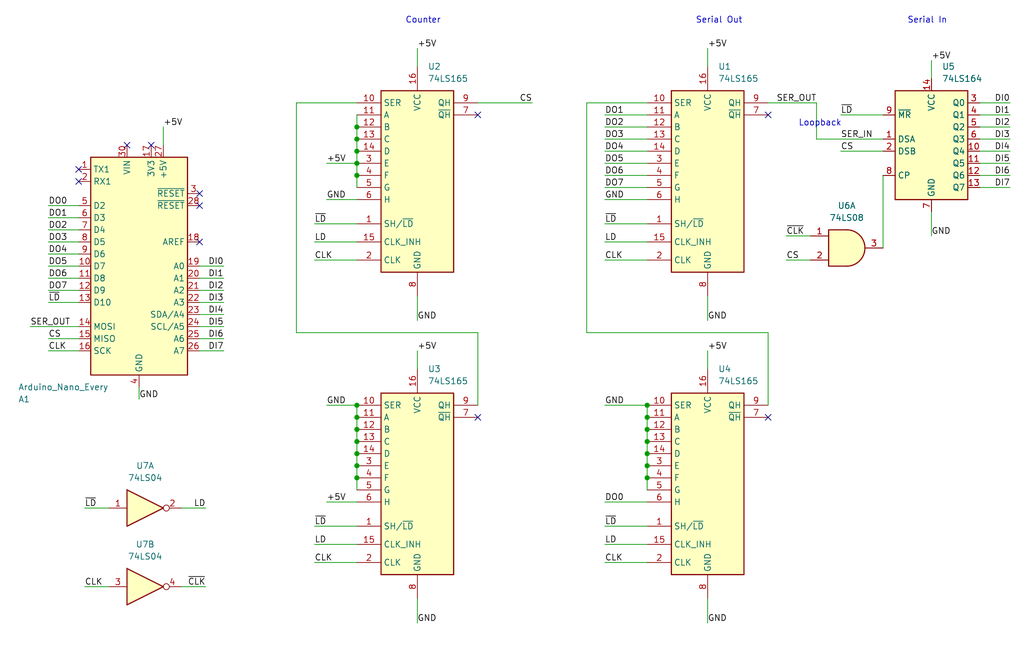
<source format=kicad_sch>
(kicad_sch (version 20230121) (generator eeschema)
  (paper "User" 215.011 140.005)
  (title_block (title "SPI transmit"))
  (lib_symbols
    (symbol "74LS164:74LS164"
      (property "Reference" "U" (at 1.905 -13.97 0))
      (property "Value" "74LS164" (at 1.905 -16.51 0))
      (symbol "74LS164_0_1"
        (rectangle (start 7.62 10.16) (end -7.62 -12.7) (stroke (width 0.254)) (fill (type background)))
      )
      (symbol "74LS164_1_1"
        (pin input line (at -10.16 0 0) (length 2.54) (name "DSA") (number "1"))
        (pin output line (at 10.16 -2.54 180) (length 2.54) (name "Q4") (number "10"))
        (pin output line (at 10.16 -5.08 180) (length 2.54) (name "Q5") (number "11"))
        (pin output line (at 10.16 -7.62 180) (length 2.54) (name "Q6") (number "12"))
        (pin output line (at 10.16 -10.16 180) (length 2.54) (name "Q7") (number "13"))
        (pin power_in line (at 0 12.7 270) (length 2.54) (name "VCC") (number "14"))
        (pin input line (at -10.16 -2.54 0) (length 2.54) (name "DSB") (number "2"))
        (pin output line (at 10.16 7.62 180) (length 2.54) (name "Q0") (number "3"))
        (pin output line (at 10.16 5.08 180) (length 2.54) (name "Q1") (number "4"))
        (pin output line (at 10.16 2.54 180) (length 2.54) (name "Q2") (number "5"))
        (pin output line (at 10.16 0 180) (length 2.54) (name "Q3") (number "6"))
        (pin power_in line (at 0 -15.24 90) (length 2.54) (name "GND") (number "7"))
        (pin input line (at -10.16 -7.62 0) (length 2.54) (name "CP") (number "8"))
        (pin input line (at -10.16 5.08 0) (length 2.54) (name "~{MR}") (number "9"))
      )
    )
    (symbol "74LS165:74LS165"
      (property "Reference" "U" (at -7.62 19.05 0))
      (property "Value" "74LS165" (at -7.62 -21.59 0))
      (symbol "74LS165_1_0"
        (pin input line (at -12.7 -10.16 0) (length 5.08) (name "SH/~{LD}") (number "1"))
        (pin input line (at -12.7 15.24 0) (length 5.08) (name "SER") (number "10"))
        (pin input line (at -12.7 12.7 0) (length 5.08) (name "A") (number "11"))
        (pin input line (at -12.7 10.16 0) (length 5.08) (name "B") (number "12"))
        (pin input line (at -12.7 7.62 0) (length 5.08) (name "C") (number "13"))
        (pin input line (at -12.7 5.08 0) (length 5.08) (name "D") (number "14"))
        (pin input line (at -12.7 -13.97 0) (length 5.08) (name "CLK_INH") (number "15"))
        (pin power_in line (at 0 22.86 270) (length 5.08) (name "VCC") (number "16"))
        (pin input line (at -12.7 -17.78 0) (length 5.08) (name "CLK") (number "2"))
        (pin input line (at -12.7 2.54 0) (length 5.08) (name "E") (number "3"))
        (pin input line (at -12.7 0 0) (length 5.08) (name "F") (number "4"))
        (pin input line (at -12.7 -2.54 0) (length 5.08) (name "G") (number "5"))
        (pin input line (at -12.7 -5.08 0) (length 5.08) (name "H") (number "6"))
        (pin output line (at 12.7 12.7 180) (length 5.08) (name "~{QH}") (number "7"))
        (pin power_in line (at 0 -25.4 90) (length 5.08) (name "GND") (number "8"))
        (pin output line (at 12.7 15.24 180) (length 5.08) (name "QH") (number "9"))
      )
      (symbol "74LS165_1_1"
        (rectangle (start -7.62 17.78) (end 7.62 -20.32) (stroke (width 0.254)) (fill (type background)))
      )
    )
    (symbol "74xx:74LS04"
      (property "Reference" "U" (at 0 1.27 0))
      (property "Value" "74LS04" (at 0 -1.27 0))
      (symbol "74LS04_1_0"
        (polyline (pts (xy -3.81 3.81) (xy -3.81 -3.81) (xy 3.81 0) (xy -3.81 3.81)) (stroke (width 0.254)) (fill (type background)))
        (pin input line (at -7.62 0 0) (length 3.81) (name "~") (number "1"))
        (pin output inverted (at 7.62 0 180) (length 3.81) (name "~") (number "2"))
      )
      (symbol "74LS04_2_0"
        (polyline (pts (xy -3.81 3.81) (xy -3.81 -3.81) (xy 3.81 0) (xy -3.81 3.81)) (stroke (width 0.254)) (fill (type background)))
        (pin input line (at -7.62 0 0) (length 3.81) (name "~") (number "3"))
        (pin output inverted (at 7.62 0 180) (length 3.81) (name "~") (number "4"))
      )
      (symbol "74LS04_3_0"
        (polyline (pts (xy -3.81 3.81) (xy -3.81 -3.81) (xy 3.81 0) (xy -3.81 3.81)) (stroke (width 0.254)) (fill (type background)))
        (pin input line (at -7.62 0 0) (length 3.81) (name "~") (number "5"))
        (pin output inverted (at 7.62 0 180) (length 3.81) (name "~") (number "6"))
      )
      (symbol "74LS04_4_0"
        (polyline (pts (xy -3.81 3.81) (xy -3.81 -3.81) (xy 3.81 0) (xy -3.81 3.81)) (stroke (width 0.254)) (fill (type background)))
        (pin output inverted (at 7.62 0 180) (length 3.81) (name "~") (number "8"))
        (pin input line (at -7.62 0 0) (length 3.81) (name "~") (number "9"))
      )
      (symbol "74LS04_5_0"
        (polyline (pts (xy -3.81 3.81) (xy -3.81 -3.81) (xy 3.81 0) (xy -3.81 3.81)) (stroke (width 0.254)) (fill (type background)))
        (pin output inverted (at 7.62 0 180) (length 3.81) (name "~") (number "10"))
        (pin input line (at -7.62 0 0) (length 3.81) (name "~") (number "11"))
      )
      (symbol "74LS04_6_0"
        (polyline (pts (xy -3.81 3.81) (xy -3.81 -3.81) (xy 3.81 0) (xy -3.81 3.81)) (stroke (width 0.254)) (fill (type background)))
        (pin output inverted (at 7.62 0 180) (length 3.81) (name "~") (number "12"))
        (pin input line (at -7.62 0 0) (length 3.81) (name "~") (number "13"))
      )
      (symbol "74LS04_7_0"
        (pin power_in line (at 0 12.7 270) (length 5.08) (name "VCC") (number "14"))
        (pin power_in line (at 0 -12.7 90) (length 5.08) (name "GND") (number "7"))
      )
      (symbol "74LS04_7_1"
        (rectangle (start -5.08 7.62) (end 5.08 -7.62) (stroke (width 0.254)) (fill (type background)))
      )
    )
    (symbol "74xx:74LS08" (pin_names (offset 1.016))
      (property "Reference" "U" (at 0 1.27 0))
      (property "Value" "74LS08" (at 0 -1.27 0))
      (symbol "74LS08_1_1"
        (arc (start 0 -3.81) (mid 3.7934 0) (end 0 3.81) (stroke (width 0.254)) (fill (type background)))
        (polyline (pts (xy 0 3.81) (xy -3.81 3.81) (xy -3.81 -3.81) (xy 0 -3.81)) (stroke (width 0.254)) (fill (type background)))
        (pin input line (at -7.62 2.54 0) (length 3.81) (name "~") (number "1"))
        (pin input line (at -7.62 -2.54 0) (length 3.81) (name "~") (number "2"))
        (pin output line (at 7.62 0 180) (length 3.81) (name "~") (number "3"))
      )
      (symbol "74LS08_1_2"
        (arc (start -3.81 -3.81) (mid -2.589 0) (end -3.81 3.81) (stroke (width 0.254)))
        (arc (start -0.6096 -3.81) (mid 2.1842 -2.5851) (end 3.81 0) (stroke (width 0.254)) (fill (type background)))
        (polyline (pts (xy -3.81 -3.81) (xy -0.635 -3.81)) (stroke (width 0.254)) (fill (type background)))
        (polyline (pts (xy -3.81 3.81) (xy -0.635 3.81)) (stroke (width 0.254)) (fill (type background)))
        (polyline (pts (xy -0.635 3.81) (xy -3.81 3.81) (xy -3.81 3.81) (xy -3.556 3.4036) (xy -3.0226 2.2606) (xy -2.6924 1.0414) (xy -2.6162 -0.254) (xy -2.7686 -1.4986) (xy -3.175 -2.7178) (xy -3.81 -3.81) (xy -3.81 -3.81) (xy -0.635 -3.81)) (stroke (width -25.4)) (fill (type background)))
        (arc (start 3.81 0) (mid 2.1915 2.5936) (end -0.6096 3.81) (stroke (width 0.254)) (fill (type background)))
        (pin input inverted (at -7.62 2.54 0) (length 4.318) (name "~") (number "1"))
        (pin input inverted (at -7.62 -2.54 0) (length 4.318) (name "~") (number "2"))
        (pin output inverted (at 7.62 0 180) (length 3.81) (name "~") (number "3"))
      )
      (symbol "74LS08_2_1"
        (arc (start 0 -3.81) (mid 3.7934 0) (end 0 3.81) (stroke (width 0.254)) (fill (type background)))
        (polyline (pts (xy 0 3.81) (xy -3.81 3.81) (xy -3.81 -3.81) (xy 0 -3.81)) (stroke (width 0.254)) (fill (type background)))
        (pin input line (at -7.62 2.54 0) (length 3.81) (name "~") (number "4"))
        (pin input line (at -7.62 -2.54 0) (length 3.81) (name "~") (number "5"))
        (pin output line (at 7.62 0 180) (length 3.81) (name "~") (number "6"))
      )
      (symbol "74LS08_2_2"
        (arc (start -3.81 -3.81) (mid -2.589 0) (end -3.81 3.81) (stroke (width 0.254)))
        (arc (start -0.6096 -3.81) (mid 2.1842 -2.5851) (end 3.81 0) (stroke (width 0.254)) (fill (type background)))
        (polyline (pts (xy -3.81 -3.81) (xy -0.635 -3.81)) (stroke (width 0.254)) (fill (type background)))
        (polyline (pts (xy -3.81 3.81) (xy -0.635 3.81)) (stroke (width 0.254)) (fill (type background)))
        (polyline (pts (xy -0.635 3.81) (xy -3.81 3.81) (xy -3.81 3.81) (xy -3.556 3.4036) (xy -3.0226 2.2606) (xy -2.6924 1.0414) (xy -2.6162 -0.254) (xy -2.7686 -1.4986) (xy -3.175 -2.7178) (xy -3.81 -3.81) (xy -3.81 -3.81) (xy -0.635 -3.81)) (stroke (width -25.4)) (fill (type background)))
        (arc (start 3.81 0) (mid 2.1915 2.5936) (end -0.6096 3.81) (stroke (width 0.254)) (fill (type background)))
        (pin input inverted (at -7.62 2.54 0) (length 4.318) (name "~") (number "4"))
        (pin input inverted (at -7.62 -2.54 0) (length 4.318) (name "~") (number "5"))
        (pin output inverted (at 7.62 0 180) (length 3.81) (name "~") (number "6"))
      )
      (symbol "74LS08_3_1"
        (arc (start 0 -3.81) (mid 3.7934 0) (end 0 3.81) (stroke (width 0.254)) (fill (type background)))
        (polyline (pts (xy 0 3.81) (xy -3.81 3.81) (xy -3.81 -3.81) (xy 0 -3.81)) (stroke (width 0.254)) (fill (type background)))
        (pin input line (at -7.62 -2.54 0) (length 3.81) (name "~") (number "10"))
        (pin output line (at 7.62 0 180) (length 3.81) (name "~") (number "8"))
        (pin input line (at -7.62 2.54 0) (length 3.81) (name "~") (number "9"))
      )
      (symbol "74LS08_3_2"
        (arc (start -3.81 -3.81) (mid -2.589 0) (end -3.81 3.81) (stroke (width 0.254)))
        (arc (start -0.6096 -3.81) (mid 2.1842 -2.5851) (end 3.81 0) (stroke (width 0.254)) (fill (type background)))
        (polyline (pts (xy -3.81 -3.81) (xy -0.635 -3.81)) (stroke (width 0.254)) (fill (type background)))
        (polyline (pts (xy -3.81 3.81) (xy -0.635 3.81)) (stroke (width 0.254)) (fill (type background)))
        (polyline (pts (xy -0.635 3.81) (xy -3.81 3.81) (xy -3.81 3.81) (xy -3.556 3.4036) (xy -3.0226 2.2606) (xy -2.6924 1.0414) (xy -2.6162 -0.254) (xy -2.7686 -1.4986) (xy -3.175 -2.7178) (xy -3.81 -3.81) (xy -3.81 -3.81) (xy -0.635 -3.81)) (stroke (width -25.4)) (fill (type background)))
        (arc (start 3.81 0) (mid 2.1915 2.5936) (end -0.6096 3.81) (stroke (width 0.254)) (fill (type background)))
        (pin input inverted (at -7.62 -2.54 0) (length 4.318) (name "~") (number "10"))
        (pin output inverted (at 7.62 0 180) (length 3.81) (name "~") (number "8"))
        (pin input inverted (at -7.62 2.54 0) (length 4.318) (name "~") (number "9"))
      )
      (symbol "74LS08_4_1"
        (arc (start 0 -3.81) (mid 3.7934 0) (end 0 3.81) (stroke (width 0.254)) (fill (type background)))
        (polyline (pts (xy 0 3.81) (xy -3.81 3.81) (xy -3.81 -3.81) (xy 0 -3.81)) (stroke (width 0.254)) (fill (type background)))
        (pin output line (at 7.62 0 180) (length 3.81) (name "~") (number "11"))
        (pin input line (at -7.62 2.54 0) (length 3.81) (name "~") (number "12"))
        (pin input line (at -7.62 -2.54 0) (length 3.81) (name "~") (number "13"))
      )
      (symbol "74LS08_4_2"
        (arc (start -3.81 -3.81) (mid -2.589 0) (end -3.81 3.81) (stroke (width 0.254)))
        (arc (start -0.6096 -3.81) (mid 2.1842 -2.5851) (end 3.81 0) (stroke (width 0.254)) (fill (type background)))
        (polyline (pts (xy -3.81 -3.81) (xy -0.635 -3.81)) (stroke (width 0.254)) (fill (type background)))
        (polyline (pts (xy -3.81 3.81) (xy -0.635 3.81)) (stroke (width 0.254)) (fill (type background)))
        (polyline (pts (xy -0.635 3.81) (xy -3.81 3.81) (xy -3.81 3.81) (xy -3.556 3.4036) (xy -3.0226 2.2606) (xy -2.6924 1.0414) (xy -2.6162 -0.254) (xy -2.7686 -1.4986) (xy -3.175 -2.7178) (xy -3.81 -3.81) (xy -3.81 -3.81) (xy -0.635 -3.81)) (stroke (width -25.4)) (fill (type background)))
        (arc (start 3.81 0) (mid 2.1915 2.5936) (end -0.6096 3.81) (stroke (width 0.254)) (fill (type background)))
        (pin output inverted (at 7.62 0 180) (length 3.81) (name "~") (number "11"))
        (pin input inverted (at -7.62 2.54 0) (length 4.318) (name "~") (number "12"))
        (pin input inverted (at -7.62 -2.54 0) (length 4.318) (name "~") (number "13"))
      )
      (symbol "74LS08_5_0"
        (pin power_in line (at 0 12.7 270) (length 5.08) (name "VCC") (number "14"))
        (pin power_in line (at 0 -12.7 90) (length 5.08) (name "GND") (number "7"))
      )
      (symbol "74LS08_5_1"
        (rectangle (start -5.08 7.62) (end 5.08 -7.62) (stroke (width 0.254)) (fill (type background)))
      )
    )
    (symbol "MCU_Module:Arduino_Nano_Every"
      (property "Reference" "A" (at -10.16 23.495 0))
      (property "Value" "Arduino_Nano_Every" (at 5.08 -24.13 0))
      (symbol "Arduino_Nano_Every_0_1"
        (rectangle (start -10.16 22.86) (end 10.16 -22.86) (stroke (width 0.254)) (fill (type background)))
      )
      (symbol "Arduino_Nano_Every_1_1"
        (pin bidirectional line (at -12.7 20.32 0) (length 2.54) (name "TX1") (number "1"))
        (pin bidirectional line (at -12.7 0 0) (length 2.54) (name "D7") (number "10"))
        (pin bidirectional line (at -12.7 -2.54 0) (length 2.54) (name "D8") (number "11"))
        (pin bidirectional line (at -12.7 -5.08 0) (length 2.54) (name "D9") (number "12"))
        (pin bidirectional line (at -12.7 -7.62 0) (length 2.54) (name "D10") (number "13"))
        (pin bidirectional line (at -12.7 -12.7 0) (length 2.54) (name "MOSI") (number "14"))
        (pin bidirectional line (at -12.7 -15.24 0) (length 2.54) (name "MISO") (number "15"))
        (pin bidirectional line (at -12.7 -17.78 0) (length 2.54) (name "SCK") (number "16"))
        (pin power_out line (at 2.54 25.4 270) (length 2.54) (name "3V3") (number "17"))
        (pin input line (at 12.7 5.08 180) (length 2.54) (name "AREF") (number "18"))
        (pin bidirectional line (at 12.7 0 180) (length 2.54) (name "A0") (number "19"))
        (pin bidirectional line (at -12.7 17.78 0) (length 2.54) (name "RX1") (number "2"))
        (pin bidirectional line (at 12.7 -2.54 180) (length 2.54) (name "A1") (number "20"))
        (pin bidirectional line (at 12.7 -5.08 180) (length 2.54) (name "A2") (number "21"))
        (pin bidirectional line (at 12.7 -7.62 180) (length 2.54) (name "A3") (number "22"))
        (pin bidirectional line (at 12.7 -10.16 180) (length 2.54) (name "SDA/A4") (number "23"))
        (pin bidirectional line (at 12.7 -12.7 180) (length 2.54) (name "SCL/A5") (number "24"))
        (pin bidirectional line (at 12.7 -15.24 180) (length 2.54) (name "A6") (number "25"))
        (pin bidirectional line (at 12.7 -17.78 180) (length 2.54) (name "A7") (number "26"))
        (pin power_out line (at 5.08 25.4 270) (length 2.54) (name "+5V") (number "27"))
        (pin input line (at 12.7 12.7 180) (length 2.54) (name "~{RESET}") (number "28"))
        (pin passive line (at 0 -25.4 90) (length 2.54) hide (name "GND") (number "29"))
        (pin input line (at 12.7 15.24 180) (length 2.54) (name "~{RESET}") (number "3"))
        (pin power_in line (at -2.54 25.4 270) (length 2.54) (name "VIN") (number "30"))
        (pin power_in line (at 0 -25.4 90) (length 2.54) (name "GND") (number "4"))
        (pin bidirectional line (at -12.7 12.7 0) (length 2.54) (name "D2") (number "5"))
        (pin bidirectional line (at -12.7 10.16 0) (length 2.54) (name "D3") (number "6"))
        (pin bidirectional line (at -12.7 7.62 0) (length 2.54) (name "D4") (number "7"))
        (pin bidirectional line (at -12.7 5.08 0) (length 2.54) (name "D5") (number "8"))
        (pin bidirectional line (at -12.7 2.54 0) (length 2.54) (name "D6") (number "9"))
      )
    )
  )
  (junction (at 74.93 90.17))
  (junction (at 135.89 97.79))
  (junction (at 74.93 97.79))
  (junction (at 135.89 85.09))
  (junction (at 135.89 90.17))
  (junction (at 74.93 87.63))
  (junction (at 135.89 87.63))
  (junction (at 74.93 36.83))
  (junction (at 74.93 26.67))
  (junction (at 74.93 95.25))
  (junction (at 135.89 92.71))
  (junction (at 74.93 34.29))
  (junction (at 74.93 29.21))
  (junction (at 74.93 31.75))
  (junction (at 135.89 95.25))
  (junction (at 135.89 100.33))
  (junction (at 74.93 100.33))
  (junction (at 74.93 92.71))
  (junction (at 74.93 85.09))
  (no_connect (at 41.91 43.18))
  (no_connect (at 161.29 24.13))
  (no_connect (at 100.33 87.63))
  (no_connect (at 100.33 24.13))
  (no_connect (at 31.75 30.48))
  (no_connect (at 41.91 40.64))
  (no_connect (at 26.67 30.48))
  (no_connect (at 16.51 38.1))
  (no_connect (at 16.51 35.56))
  (no_connect (at 161.29 87.63))
  (no_connect (at 41.91 50.8))
  (wire (pts (xy 205.74 39.37) (xy 212.09 39.37)))
  (wire (pts (xy 41.91 58.42) (xy 46.99 58.42)))
  (wire (pts (xy 68.58 41.91) (xy 74.93 41.91)))
  (wire (pts (xy 10.16 71.12) (xy 16.51 71.12)))
  (wire (pts (xy 66.04 50.8) (xy 74.93 50.8)))
  (wire (pts (xy 10.16 45.72) (xy 16.51 45.72)))
  (wire (pts (xy 148.59 130.81) (xy 148.59 125.73)))
  (wire (pts (xy 205.74 26.67) (xy 212.09 26.67)))
  (wire (pts (xy 6.35 68.58) (xy 16.51 68.58)))
  (wire (pts (xy 127 54.61) (xy 135.89 54.61)))
  (wire (pts (xy 87.63 130.81) (xy 87.63 125.73)))
  (wire (pts (xy 205.74 29.21) (xy 212.09 29.21)))
  (wire (pts (xy 38.1 123.19) (xy 43.18 123.19)))
  (wire (pts (xy 74.93 90.17) (xy 74.93 92.71)))
  (wire (pts (xy 74.93 92.71) (xy 74.93 95.25)))
  (wire (pts (xy 161.29 85.09) (xy 161.29 69.85)))
  (wire (pts (xy 127 34.29) (xy 135.89 34.29)))
  (wire (pts (xy 34.29 30.48) (xy 34.29 26.67)))
  (wire (pts (xy 74.93 95.25) (xy 74.93 97.79)))
  (wire (pts (xy 161.29 21.59) (xy 171.45 21.59)))
  (wire (pts (xy 68.58 34.29) (xy 74.93 34.29)))
  (wire (pts (xy 74.93 24.13) (xy 74.93 26.67)))
  (wire (pts (xy 135.89 92.71) (xy 135.89 95.25)))
  (wire (pts (xy 66.04 114.3) (xy 74.93 114.3)))
  (wire (pts (xy 74.93 87.63) (xy 74.93 90.17)))
  (wire (pts (xy 176.53 31.75) (xy 185.42 31.75)))
  (wire (pts (xy 74.93 26.67) (xy 74.93 29.21)))
  (wire (pts (xy 41.91 71.12) (xy 46.99 71.12)))
  (wire (pts (xy 161.29 69.85) (xy 123.19 69.85)))
  (wire (pts (xy 123.19 69.85) (xy 123.19 21.59)))
  (wire (pts (xy 127 46.99) (xy 135.89 46.99)))
  (wire (pts (xy 127 118.11) (xy 135.89 118.11)))
  (wire (pts (xy 127 105.41) (xy 135.89 105.41)))
  (wire (pts (xy 62.23 21.59) (xy 74.93 21.59)))
  (wire (pts (xy 10.16 43.18) (xy 16.51 43.18)))
  (wire (pts (xy 127 41.91) (xy 135.89 41.91)))
  (wire (pts (xy 127 24.13) (xy 135.89 24.13)))
  (wire (pts (xy 127 26.67) (xy 135.89 26.67)))
  (wire (pts (xy 10.16 55.88) (xy 16.51 55.88)))
  (wire (pts (xy 127 50.8) (xy 135.89 50.8)))
  (wire (pts (xy 205.74 34.29) (xy 212.09 34.29)))
  (wire (pts (xy 74.93 34.29) (xy 74.93 36.83)))
  (wire (pts (xy 87.63 67.31) (xy 87.63 62.23)))
  (wire (pts (xy 127 39.37) (xy 135.89 39.37)))
  (wire (pts (xy 135.89 97.79) (xy 135.89 100.33)))
  (wire (pts (xy 29.21 83.82) (xy 29.21 81.28)))
  (wire (pts (xy 100.33 21.59) (xy 111.76 21.59)))
  (wire (pts (xy 10.16 63.5) (xy 16.51 63.5)))
  (wire (pts (xy 38.1 106.68) (xy 43.18 106.68)))
  (wire (pts (xy 205.74 21.59) (xy 212.09 21.59)))
  (wire (pts (xy 41.91 73.66) (xy 46.99 73.66)))
  (wire (pts (xy 10.16 50.8) (xy 16.51 50.8)))
  (wire (pts (xy 100.33 85.09) (xy 100.33 69.85)))
  (wire (pts (xy 176.53 24.13) (xy 185.42 24.13)))
  (wire (pts (xy 165.1 49.53) (xy 170.18 49.53)))
  (wire (pts (xy 185.42 36.83) (xy 185.42 52.07)))
  (wire (pts (xy 66.04 110.49) (xy 74.93 110.49)))
  (wire (pts (xy 205.74 36.83) (xy 212.09 36.83)))
  (wire (pts (xy 74.93 54.61) (xy 66.04 54.61)))
  (wire (pts (xy 205.74 24.13) (xy 212.09 24.13)))
  (wire (pts (xy 41.91 60.96) (xy 46.99 60.96)))
  (wire (pts (xy 135.89 85.09) (xy 135.89 87.63)))
  (wire (pts (xy 127 29.21) (xy 135.89 29.21)))
  (wire (pts (xy 10.16 73.66) (xy 16.51 73.66)))
  (wire (pts (xy 148.59 73.66) (xy 148.59 77.47)))
  (wire (pts (xy 10.16 58.42) (xy 16.51 58.42)))
  (wire (pts (xy 135.89 90.17) (xy 135.89 92.71)))
  (wire (pts (xy 74.93 85.09) (xy 74.93 87.63)))
  (wire (pts (xy 165.1 54.61) (xy 170.18 54.61)))
  (wire (pts (xy 68.58 105.41) (xy 74.93 105.41)))
  (wire (pts (xy 74.93 118.11) (xy 66.04 118.11)))
  (wire (pts (xy 100.33 69.85) (xy 62.23 69.85)))
  (wire (pts (xy 74.93 100.33) (xy 74.93 102.87)))
  (wire (pts (xy 62.23 69.85) (xy 62.23 21.59)))
  (wire (pts (xy 66.04 46.99) (xy 74.93 46.99)))
  (wire (pts (xy 148.59 67.31) (xy 148.59 62.23)))
  (wire (pts (xy 68.58 85.09) (xy 74.93 85.09)))
  (wire (pts (xy 127 85.09) (xy 135.89 85.09)))
  (wire (pts (xy 74.93 97.79) (xy 74.93 100.33)))
  (wire (pts (xy 135.89 87.63) (xy 135.89 90.17)))
  (wire (pts (xy 135.89 100.33) (xy 135.89 102.87)))
  (wire (pts (xy 87.63 73.66) (xy 87.63 77.47)))
  (wire (pts (xy 195.58 49.53) (xy 195.58 44.45)))
  (wire (pts (xy 17.78 123.19) (xy 22.86 123.19)))
  (wire (pts (xy 41.91 55.88) (xy 46.99 55.88)))
  (wire (pts (xy 74.93 29.21) (xy 74.93 31.75)))
  (wire (pts (xy 74.93 31.75) (xy 74.93 34.29)))
  (wire (pts (xy 87.63 10.16) (xy 87.63 13.97)))
  (wire (pts (xy 17.78 106.68) (xy 22.86 106.68)))
  (wire (pts (xy 10.16 48.26) (xy 16.51 48.26)))
  (wire (pts (xy 41.91 66.04) (xy 46.99 66.04)))
  (wire (pts (xy 10.16 53.34) (xy 16.51 53.34)))
  (wire (pts (xy 195.58 12.7) (xy 195.58 16.51)))
  (wire (pts (xy 41.91 68.58) (xy 46.99 68.58)))
  (wire (pts (xy 74.93 36.83) (xy 74.93 39.37)))
  (wire (pts (xy 135.89 95.25) (xy 135.89 97.79)))
  (wire (pts (xy 10.16 60.96) (xy 16.51 60.96)))
  (wire (pts (xy 41.91 63.5) (xy 46.99 63.5)))
  (wire (pts (xy 148.59 10.16) (xy 148.59 13.97)))
  (wire (pts (xy 171.45 29.21) (xy 185.42 29.21)))
  (wire (pts (xy 127 31.75) (xy 135.89 31.75)))
  (wire (pts (xy 171.45 21.59) (xy 171.45 29.21)))
  (wire (pts (xy 127 110.49) (xy 135.89 110.49)))
  (wire (pts (xy 205.74 31.75) (xy 212.09 31.75)))
  (wire (pts (xy 127 36.83) (xy 135.89 36.83)))
  (wire (pts (xy 127 114.3) (xy 135.89 114.3)))
  (wire (pts (xy 123.19 21.59) (xy 135.89 21.59)))
  (text "Serial In" (at 190.5 5.08 0) (effects (font (size 1.27 1.27)) (justify left bottom)))
  (text "Loopback" (at 167.64 26.67 0) (effects (font (size 1.27 1.27)) (justify left bottom)))
  (text "Serial Out" (at 146.05 5.08 0) (effects (font (size 1.27 1.27)) (justify left bottom)))
  (text "Counter" (at 85.09 5.08 0) (effects (font (size 1.27 1.27)) (justify left bottom)))
  (label "DO2" (at 10.16 48.26 0))
  (label "CLK" (at 127 118.11 0))
  (label "CLK" (at 66.04 54.61 0))
  (label "DI6" (at 46.99 71.12 180))
  (label "GND" (at 148.59 67.31 0))
  (label "DO0" (at 127 105.41 0))
  (label "~{LD}" (at 127 46.99 0))
  (label "+5V" (at 87.63 73.66 0))
  (label "GND" (at 87.63 130.81 0))
  (label "DO4" (at 10.16 53.34 0))
  (label "DO0" (at 10.16 43.18 0))
  (label "DI0" (at 212.09 21.59 180))
  (label "DI7" (at 212.09 39.37 180))
  (label "~{LD}" (at 66.04 46.99 0))
  (label "CS" (at 165.1 54.61 0))
  (label "~{LD}" (at 17.78 106.68 0))
  (label "DO1" (at 10.16 45.72 0))
  (label "DI5" (at 46.99 68.58 180))
  (label "DI0" (at 46.99 55.88 180))
  (label "+5V" (at 195.58 12.7 0))
  (label "CLK" (at 66.04 118.11 0))
  (label "+5V" (at 34.29 26.67 0))
  (label "DI4" (at 212.09 31.75 180))
  (label "CLK" (at 17.78 123.19 0))
  (label "LD" (at 43.18 106.68 180))
  (label "GND" (at 195.58 49.53 0))
  (label "GND" (at 68.58 85.09 0))
  (label "DO4" (at 127 31.75 0))
  (label "GND" (at 127 41.91 0))
  (label "DI5" (at 212.09 34.29 180))
  (label "LD" (at 66.04 50.8 0))
  (label "DO7" (at 127 39.37 0))
  (label "DI4" (at 46.99 66.04 180))
  (label "DI6" (at 212.09 36.83 180))
  (label "+5V" (at 68.58 34.29 0))
  (label "DO5" (at 10.16 55.88 0))
  (label "GND" (at 87.63 67.31 0))
  (label "+5V" (at 68.58 105.41 0))
  (label "+5V" (at 148.59 10.16 0))
  (label "SER_OUT" (at 6.35 68.58 0))
  (label "LD" (at 127 114.3 0))
  (label "DO6" (at 10.16 58.42 0))
  (label "SER_OUT" (at 171.45 21.59 180))
  (label "DO2" (at 127 26.67 0))
  (label "DO6" (at 127 36.83 0))
  (label "~{LD}" (at 10.16 63.5 0))
  (label "GND" (at 68.58 41.91 0))
  (label "CS" (at 111.76 21.59 180))
  (label "DO7" (at 10.16 60.96 0))
  (label "DI3" (at 46.99 63.5 180))
  (label "DI1" (at 46.99 58.42 180))
  (label "DO1" (at 127 24.13 0))
  (label "CS" (at 10.16 71.12 0))
  (label "+5V" (at 148.59 73.66 0))
  (label "LD" (at 127 50.8 0))
  (label "GND" (at 127 85.09 0))
  (label "DO5" (at 127 34.29 0))
  (label "GND" (at 29.21 83.82 0))
  (label "DO3" (at 10.16 50.8 0))
  (label "~{CLK}" (at 43.18 123.19 180))
  (label "~{LD}" (at 127 110.49 0))
  (label "GND" (at 148.59 130.81 0))
  (label "+5V" (at 87.63 10.16 0))
  (label "~{LD}" (at 66.04 110.49 0))
  (label "SER_IN" (at 176.53 29.21 0))
  (label "DI2" (at 212.09 26.67 180))
  (label "DI7" (at 46.99 73.66 180))
  (label "~{CLK}" (at 165.1 49.53 0))
  (label "~{LD}" (at 176.53 24.13 0))
  (label "CS" (at 176.53 31.75 0))
  (label "CLK" (at 127 54.61 0))
  (label "DI3" (at 212.09 29.21 180))
  (label "DI1" (at 212.09 24.13 180))
  (label "LD" (at 66.04 114.3 0))
  (label "DI2" (at 46.99 60.96 180))
  (label "CLK" (at 10.16 73.66 0))
  (label "DO3" (at 127 29.21 0))
  (symbol (lib_id "74LS165:74LS165") (at 148.59 100.33 0) (unit 1)
    (property "Reference" "U4" (at 150.7841 77.47 0) (effects (justify left)))
    (property "Value" "74LS165" (at 150.7841 80.01 0) (effects (justify left)))
    (property "Datasheet" "https://www.ti.com/lit/ds/symlink/sn74ls165a.pdf" (effects hide))
  )
  (symbol (lib_id "74LS164:74LS164") (at 195.58 29.21 0) (unit 1)
    (property "Reference" "U5" (at 197.7741 13.97 0) (effects (justify left)))
    (property "Value" "74LS164" (at 197.7741 16.51 0) (effects (justify left)))
    (property "Datasheet" "https://assets.nexperia.com/documents/data-sheet/74HC_HCT164.pdf" (effects hide))
  )
  (symbol (lib_id "MCU_Module:Arduino_Nano_Every") (at 29.21 55.88 0) (unit 1)
    (property "Reference" "A1" (at 3.81 83.82 0) (effects (justify left)))
    (property "Value" "Arduino_Nano_Every" (at 3.81 81.28 0) (effects (justify left)))
    (property "Footprint" "Module:Arduino_Nano" (effects hide))
    (property "Datasheet" "https://content.arduino.cc/assets/NANOEveryV3.0_sch.pdf" (effects hide))
  )
  (symbol (lib_id "74xx:74LS08") (at 265.43 30.48 0) (unit 3)
    (property "Reference" "U6" (at 265.4217 21.59 0))
    (property "Value" "74LS08" (at 265.4217 24.13 0))
    (property "Datasheet" "http://www.ti.com/lit/gpn/sn74LS08" (effects hide))
  )
  (symbol (lib_id "74xx:74LS04") (at -27.94 114.3 0) (unit 7)
    (property "Reference" "U7" (at -20.32 113.03 0) (effects (justify left)))
    (property "Value" "74LS04" (at -20.32 115.57 0) (effects (justify left)))
    (property "Datasheet" "http://www.ti.com/lit/gpn/sn74LS04" (effects hide))
  )
  (symbol (lib_id "74LS165:74LS165") (at 148.59 36.83 0) (unit 1)
    (property "Reference" "U1" (at 150.7841 13.97 0) (effects (justify left)))
    (property "Value" "74LS165" (at 150.7841 16.51 0) (effects (justify left)))
    (property "Datasheet" "https://www.ti.com/lit/ds/symlink/sn74ls165a.pdf" (effects hide))
  )
  (symbol (lib_id "74xx:74LS04") (at 30.48 123.19 0) (unit 2)
    (property "Reference" "U7" (at 30.48 114.3 0))
    (property "Value" "74LS04" (at 30.48 116.84 0))
    (property "Datasheet" "http://www.ti.com/lit/gpn/sn74LS04" (effects hide))
  )
  (symbol (lib_id "74xx:74LS08") (at 177.8 52.07 0) (unit 1)
    (property "Reference" "U6" (at 177.7917 43.18 0))
    (property "Value" "74LS08" (at 177.7917 45.72 0))
    (property "Datasheet" "http://www.ti.com/lit/gpn/sn74LS08" (effects hide))
  )
  (symbol (lib_id "74xx:74LS08") (at 243.84 46.99 0) (unit 4)
    (property "Reference" "U6" (at 243.8317 38.1 0))
    (property "Value" "74LS08" (at 243.8317 40.64 0))
    (property "Datasheet" "http://www.ti.com/lit/gpn/sn74LS08" (effects hide))
  )
  (symbol (lib_id "74xx:74LS08") (at 262.89 50.8 0) (unit 5)
    (property "Reference" "U6" (at 269.24 49.53 0) (effects (justify left)))
    (property "Value" "74LS08" (at 269.24 52.07 0) (effects (justify left)))
    (property "Datasheet" "http://www.ti.com/lit/gpn/sn74LS08" (effects hide))
  )
  (symbol (lib_id "74xx:74LS04") (at -57.15 91.44 0) (unit 4)
    (property "Reference" "U7" (at -57.15 82.55 0))
    (property "Value" "74LS04" (at -57.15 85.09 0))
    (property "Datasheet" "http://www.ti.com/lit/gpn/sn74LS04" (effects hide))
  )
  (symbol (lib_id "74xx:74LS04") (at -30.48 68.58 0) (unit 3)
    (property "Reference" "U7" (at -30.48 59.69 0))
    (property "Value" "74LS04" (at -30.48 62.23 0))
    (property "Datasheet" "http://www.ti.com/lit/gpn/sn74LS04" (effects hide))
  )
  (symbol (lib_id "74LS165:74LS165") (at 87.63 100.33 0) (unit 1)
    (property "Reference" "U3" (at 89.8241 77.47 0) (effects (justify left)))
    (property "Value" "74LS165" (at 89.8241 80.01 0) (effects (justify left)))
    (property "Datasheet" "https://www.ti.com/lit/ds/symlink/sn74ls165a.pdf" (effects hide))
  )
  (symbol (lib_id "74xx:74LS04") (at 30.48 106.68 0) (unit 1)
    (property "Reference" "U7" (at 30.48 97.79 0))
    (property "Value" "74LS04" (at 30.48 100.33 0))
    (property "Datasheet" "http://www.ti.com/lit/gpn/sn74LS04" (effects hide))
  )
  (symbol (lib_id "74xx:74LS04") (at -59.69 116.84 0) (unit 6)
    (property "Reference" "U7" (at -59.69 107.95 0))
    (property "Value" "74LS04" (at -59.69 110.49 0))
    (property "Datasheet" "http://www.ti.com/lit/gpn/sn74LS04" (effects hide))
  )
  (symbol (lib_id "74LS165:74LS165") (at 87.63 36.83 0) (unit 1)
    (property "Reference" "U2" (at 89.8241 13.97 0) (effects (justify left)))
    (property "Value" "74LS165" (at 89.8241 16.51 0) (effects (justify left)))
    (property "Datasheet" "https://www.ti.com/lit/ds/symlink/sn74ls165a.pdf" (effects hide))
  )
  (symbol (lib_id "74xx:74LS08") (at 246.38 29.21 0) (unit 2)
    (property "Reference" "U6" (at 246.3717 20.32 0))
    (property "Value" "74LS08" (at 246.3717 22.86 0))
    (property "Datasheet" "http://www.ti.com/lit/gpn/sn74LS08" (effects hide))
  )
  (symbol (lib_id "74xx:74LS04") (at -27.94 88.9 0) (unit 5)
    (property "Reference" "U7" (at -27.94 80.01 0))
    (property "Value" "74LS04" (at -27.94 82.55 0))
    (property "Datasheet" "http://www.ti.com/lit/gpn/sn74LS04" (effects hide))
  )
)
</source>
